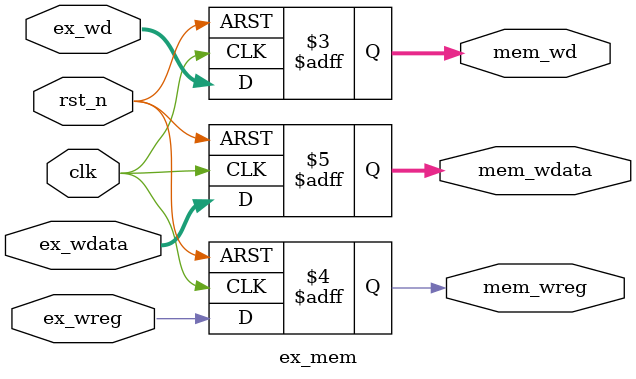
<source format=v>
`timescale 1ns / 1ps


module ex_mem(
        input                clk,
        input                rst_n,
        
        input [4:0]          ex_wd,
        input                ex_wreg,
        input [31:0]         ex_wdata,
        
        output reg [4:0]     mem_wd,
        output reg           mem_wreg,
        output reg [31:0]    mem_wdata
    );
    
always @ (posedge clk or negedge rst_n) begin
    if(~rst_n) begin
        mem_wd <= 0;
        mem_wreg <= 0;
        mem_wdata <= 0;
    end
    else begin
        mem_wd <= ex_wd;
        mem_wreg <= ex_wreg;
        mem_wdata <= ex_wdata;
    end
end
endmodule

</source>
